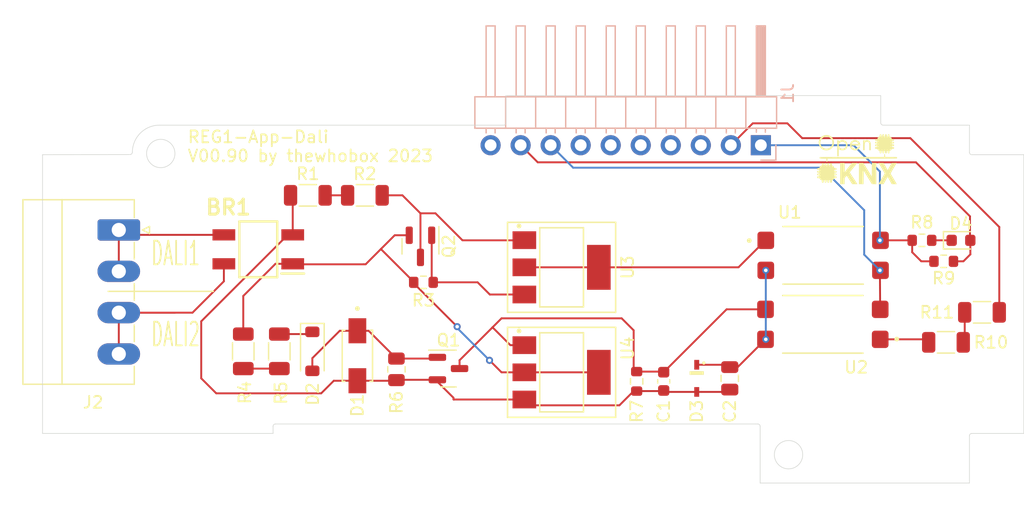
<source format=kicad_pcb>
(kicad_pcb (version 20221018) (generator pcbnew)
  (title_block (date "2023-11-07") (rev "V00.90"))
  (layers (0 "F.Cu" signal) (31 "B.Cu" signal) (34 "B.Paste" user) (35 "F.Paste" user) (36 "B.SilkS" user "B.Silkscreen") (37 "F.SilkS" user "F.Silkscreen") (38 "B.Mask" user) (39 "F.Mask" user) (44 "Edge.Cuts" user))
  (net 0 "")
  (net 1 "Dali+")
  (net 2 "DALI-")
  (net 8 "Net-(C1-Pad1)")
  (net 9 "Net-(C2-Pad1)")
  (net 11 "Net-(BR1-~_1)")
  (net 12 "Net-(BR1-~_2)")
  (net 13 "Net-(D2-A)")
  (net 14 "Net-(D4-K)")
  (net 15 "+3.3V")
  (net 16 "/D_RX")
  (net 17 "/D_TX")
  (net 18 "GND")
  (net 19 "Net-(R1-Pad2)")
  (net 20 "Net-(R4-Pad1)")
  (net 21 "Net-(D2-K)")
  (net 22 "Net-(R10-Pad1)")
  (net 23 "Net-(R10-Pad2)")
  (net 24 "Net-(U1-Pad1)")
  (net 25 "Net-(Q2-B)")
  (net 26 "Net-(Q2-C)")
  (footprint "OpenKNX:OpenKNX_Logo_07x05" (layer "F.Cu") (at 138.9 95.8)
    (fp_text reference "G***" hide)
    (fp_text value "LOGO" hide)
  )
  (footprint "Resistor_SMD:R_0603_1608Metric" (layer "F.Cu") (at 146.225 104.13 180)
    (fp_text reference "R9" (at 0 -1.43) (layer "F.SilkS"))
    (fp_text value "4.7k")
    (pad "1" smd roundrect (at -0.825 0 180) (size 0.8 0.95) (layers "F.Cu" "F.Paste" "F.Mask") (net 15 "+3.3V"))
    (pad "2" smd roundrect (at 0.825 0 180) (size 0.8 0.95) (layers "F.Cu" "F.Paste" "F.Mask") (net 16 "/D_RX"))
  )
  (footprint "DALI:SOIC254P1030X390-4N" (layer "F.Cu") (at 136.026 103.622)
    (fp_text reference "U1" (at -2.825 -3.635) (layer "F.SilkS"))
    (fp_text value "EL817S1(C)(TU)-F")
    (pad "1" smd roundrect (at -4.85 -1.27) (size 1.41 1.47) (layers "F.Cu" "F.Paste" "F.Mask") (roundrect_rratio 0.18) (net 24 "Net-(U1-Pad1)"))
    (pad "2" smd roundrect (at -4.85 1.27) (size 1.41 1.47) (layers "F.Cu" "F.Paste" "F.Mask") (roundrect_rratio 0.18) (net 9 "Net-(C2-Pad1)"))
    (pad "3" smd roundrect (at 4.85 1.27 180) (size 1.41 1.47) (layers "F.Cu" "F.Paste" "F.Mask") (roundrect_rratio 0.18) (net 18 "GND"))
    (pad "4" smd roundrect (at 4.85 -1.27 180) (size 1.41 1.47) (layers "F.Cu" "F.Paste" "F.Mask") (roundrect_rratio 0.18) (net 16 "/D_RX"))
  )
  (footprint "DALI:SOT230P700X180-4N" (layer "F.Cu") (at 113.904 104.638 -90)
    (fp_text reference "U3" (at 0 -5.588 90) (layer "F.SilkS"))
    (fp_text value "STN93003")
    (pad "1" smd rect (at -2.3 3.15 90) (size 1.5 2) (layers "F.Cu" "F.Paste" "F.Mask") (net 26 "Net-(Q2-C)"))
    (pad "2" smd rect (at 0 3.15 90) (size 1.5 2) (layers "F.Cu" "F.Paste" "F.Mask") (net 24 "Net-(U1-Pad1)"))
    (pad "3" smd rect (at 2.3 3.15 90) (size 1.5 2) (layers "F.Cu" "F.Paste" "F.Mask") (net 25 "Net-(Q2-B)"))
    (pad "4" smd rect (at 0 -3.15 90) (size 3.8 2) (layers "F.Cu" "F.Paste" "F.Mask") (net 24 "Net-(U1-Pad1)"))
  )
  (footprint "DALI:SOIC254P1030X390-4N" (layer "F.Cu") (at 136.002 109.464 180)
    (fp_text reference "U2" (at -2.825 -3.635 180) (layer "F.SilkS"))
    (fp_text value "EL817S1(C)(TU)-F")
    (pad "1" smd roundrect (at -4.85 -1.27 180) (size 1.41 1.47) (layers "F.Cu" "F.Paste" "F.Mask") (roundrect_rratio 0.18) (net 22 "Net-(R10-Pad1)"))
    (pad "2" smd roundrect (at -4.85 1.27 180) (size 1.41 1.47) (layers "F.Cu" "F.Paste" "F.Mask") (roundrect_rratio 0.18) (net 18 "GND"))
    (pad "3" smd roundrect (at 4.85 1.27) (size 1.41 1.47) (layers "F.Cu" "F.Paste" "F.Mask") (roundrect_rratio 0.18) (net 8 "Net-(C1-Pad1)"))
    (pad "4" smd roundrect (at 4.85 -1.27) (size 1.41 1.47) (layers "F.Cu" "F.Paste" "F.Mask") (roundrect_rratio 0.18) (net 9 "Net-(C2-Pad1)"))
  )
  (footprint "Capacitor_SMD:C_0805_2012Metric" (layer "F.Cu") (at 128.128 114.036 -90)
    (fp_text reference "C2" (at 2.794 0 90) (layer "F.SilkS"))
    (fp_text value "2.2u")
    (pad "1" smd roundrect (at -0.95 0 270) (size 1 1.45) (layers "F.Cu" "F.Paste" "F.Mask") (net 9 "Net-(C2-Pad1)"))
    (pad "2" smd roundrect (at 0.95 0 270) (size 1 1.45) (layers "F.Cu" "F.Paste" "F.Mask") (net 2 "DALI-"))
  )
  (footprint "LED_SMD:LED_0603_1608Metric" (layer "F.Cu") (at 147.686 102.352)
    (fp_text reference "D4" (at 0 -1.43) (layer "F.SilkS"))
    (fp_text value "LED")
    (pad "1" smd roundrect (at -0.7875 0) (size 0.875 0.95) (layers "F.Cu" "F.Paste" "F.Mask") (net 14 "Net-(D4-K)"))
    (pad "2" smd roundrect (at 0.7875 0) (size 0.875 0.95) (layers "F.Cu" "F.Paste" "F.Mask") (net 15 "+3.3V"))
  )
  (footprint "Resistor_SMD:R_0603_1608Metric" (layer "F.Cu") (at 102.22 105.908)
    (fp_text reference "R3" (at 0 1.524) (layer "F.SilkS"))
    (fp_text value "390")
    (pad "1" smd roundrect (at -0.825 0) (size 0.8 0.95) (layers "F.Cu" "F.Paste" "F.Mask") (net 1 "Dali+"))
    (pad "2" smd roundrect (at 0.825 0) (size 0.8 0.95) (layers "F.Cu" "F.Paste" "F.Mask") (net 25 "Net-(Q2-B)"))
  )
  (footprint "DALI:DIOM4325X250N" (layer "F.Cu") (at 96.632 112.125 -90)
    (fp_text reference "D1" (at 4.197 0 -90) (layer "F.SilkS"))
    (fp_text value "1SMA4746")
    (pad "A" smd rect (at 2.115 0 270) (size 2.12 1.5) (layers "F.Cu" "F.Paste" "F.Mask") (net 2 "DALI-"))
    (pad "C" smd rect (at -2.115 0 270) (size 2.12 1.5) (layers "F.Cu" "F.Paste" "F.Mask") (net 13 "Net-(D2-A)"))
  )
  (footprint "Resistor_SMD:R_1206_3216Metric" (layer "F.Cu") (at 90.028 111.75 -90)
    (fp_text reference "R5" (at 3.52 -0.142 90) (layer "F.SilkS"))
    (fp_text value "100k")
    (pad "1" smd roundrect (at -1.4625 0 270) (size 1.125 1.75) (layers "F.Cu" "F.Paste" "F.Mask") (roundrect_rratio 0.2222222222) (net 21 "Net-(D2-K)"))
    (pad "2" smd roundrect (at 1.4625 0 270) (size 1.125 1.75) (layers "F.Cu" "F.Paste" "F.Mask") (roundrect_rratio 0.2222222222) (net 20 "Net-(R4-Pad1)"))
  )
  (footprint "Resistor_SMD:R_1206_3216Metric" (layer "F.Cu") (at 149.464 108.448)
    (fp_text reference "R11" (at -3.81 0) (layer "F.SilkS"))
    (fp_text value "300")
    (pad "1" smd roundrect (at -1.4625 0) (size 1.125 1.75) (layers "F.Cu" "F.Paste" "F.Mask") (roundrect_rratio 0.2222222222) (net 23 "Net-(R10-Pad2)"))
    (pad "2" smd roundrect (at 1.4625 0) (size 1.125 1.75) (layers "F.Cu" "F.Paste" "F.Mask") (roundrect_rratio 0.2222222222) (net 17 "/D_TX"))
  )
  (footprint "Resistor_SMD:R_0603_1608Metric" (layer "F.Cu") (at 120.254 114.29 90)
    (fp_text reference "R7" (at -2.54 0 90) (layer "F.SilkS"))
    (fp_text value "4.7k")
    (pad "1" smd roundrect (at -0.825 0 90) (size 0.8 0.95) (layers "F.Cu" "F.Paste" "F.Mask") (net 2 "DALI-"))
    (pad "2" smd roundrect (at 0.825 0 90) (size 0.8 0.95) (layers "F.Cu" "F.Paste" "F.Mask") (net 8 "Net-(C1-Pad1)"))
  )
  (footprint "Resistor_SMD:R_1206_3216Metric" (layer "F.Cu") (at 86.98 111.75 90)
    (fp_text reference "R4" (at -3.49 0.14 90) (layer "F.SilkS"))
    (fp_text value "100k")
    (pad "1" smd roundrect (at -1.4625 0 90) (size 1.125 1.75) (layers "F.Cu" "F.Paste" "F.Mask") (roundrect_rratio 0.2222222222) (net 20 "Net-(R4-Pad1)"))
    (pad "2" smd roundrect (at 1.4625 0 90) (size 1.125 1.75) (layers "F.Cu" "F.Paste" "F.Mask") (roundrect_rratio 0.2222222222) (net 1 "Dali+"))
  )
  (footprint "Resistor_SMD:R_1206_3216Metric" (layer "F.Cu") (at 146.416 110.988)
    (fp_text reference "R10" (at 3.81 0) (layer "F.SilkS"))
    (fp_text value "1k")
    (pad "1" smd roundrect (at -1.4625 0) (size 1.125 1.75) (layers "F.Cu" "F.Paste" "F.Mask") (roundrect_rratio 0.2222222222) (net 22 "Net-(R10-Pad1)"))
    (pad "2" smd roundrect (at 1.4625 0) (size 1.125 1.75) (layers "F.Cu" "F.Paste" "F.Mask") (roundrect_rratio 0.2222222222) (net 23 "Net-(R10-Pad2)"))
  )
  (footprint "Package_TO_SOT_SMD:SOT-23" (layer "F.Cu") (at 101.966 102.86 -90)
    (fp_text reference "Q2" (at 0 -2.4 90) (layer "F.SilkS"))
    (fp_text value "BC857")
    (pad "1" smd roundrect (at -0.9375 -0.95 270) (size 1.475 0.6) (layers "F.Cu" "F.Paste" "F.Mask") (net 25 "Net-(Q2-B)"))
    (pad "2" smd roundrect (at -0.9375 0.95 270) (size 1.475 0.6) (layers "F.Cu" "F.Paste" "F.Mask") (net 1 "Dali+"))
    (pad "3" smd roundrect (at 0.9375 0 270) (size 1.475 0.6) (layers "F.Cu" "F.Paste" "F.Mask") (net 26 "Net-(Q2-C)"))
  )
  (footprint "Capacitor_SMD:C_0603_1608Metric" (layer "F.Cu") (at 122.54 114.29 -90)
    (fp_text reference "C1" (at 2.54 0 90) (layer "F.SilkS"))
    (fp_text value "1n")
    (pad "1" smd roundrect (at -0.775 0 270) (size 0.9 0.95) (layers "F.Cu" "F.Paste" "F.Mask") (net 8 "Net-(C1-Pad1)"))
    (pad "2" smd roundrect (at 0.775 0 270) (size 0.9 0.95) (layers "F.Cu" "F.Paste" "F.Mask") (net 2 "DALI-"))
  )
  (footprint "Diode_SMD:D_SOD-123" (layer "F.Cu") (at 92.822 111.75 -90)
    (fp_text reference "D2" (at 3.62 -0.028 90) (layer "F.SilkS"))
    (fp_text value "D_Zener_Small")
    (pad "1" smd roundrect (at -1.65 0 270) (size 0.9 1.2) (layers "F.Cu" "F.Paste" "F.Mask") (net 21 "Net-(D2-K)"))
    (pad "2" smd roundrect (at 1.65 0 270) (size 0.9 1.2) (layers "F.Cu" "F.Paste" "F.Mask") (net 13 "Net-(D2-A)"))
  )
  (footprint "DALI:SODFL2512X90N" (layer "F.Cu") (at 125.334 114.036 -90)
    (fp_text reference "D3" (at 2.794 0 -90) (layer "F.SilkS") (effects (font (size 1.001535 1.001535))))
    (fp_text value "UDZSTE-175.6B")
    (pad "A" smd rect (at 1.15 0 270) (size 0.82 0.42) (layers "F.Cu" "F.Paste" "F.Mask") (net 2 "DALI-"))
    (pad "C" smd rect (at -1.15 0 270) (size 0.82 0.42) (layers "F.Cu" "F.Paste" "F.Mask") (net 9 "Net-(C2-Pad1)"))
  )
  (footprint "Package_TO_SOT_SMD:SOT-23" (layer "F.Cu") (at 104.336 113.208)
    (fp_text reference "Q1" (at 0 -2.4) (layer "F.SilkS"))
    (fp_text value "BSS123")
    (pad "1" smd roundrect (at -0.9375 -0.95) (size 1.475 0.6) (layers "F.Cu" "F.Paste" "F.Mask") (net 13 "Net-(D2-A)"))
    (pad "2" smd roundrect (at -0.9375 0.95) (size 1.475 0.6) (layers "F.Cu" "F.Paste" "F.Mask") (net 2 "DALI-"))
    (pad "3" smd roundrect (at 0.9375 0) (size 1.475 0.6) (layers "F.Cu" "F.Paste" "F.Mask") (net 8 "Net-(C1-Pad1)"))
  )
  (footprint "Resistor_SMD:R_1206_3216Metric" (layer "F.Cu") (at 97.267 98.542)
    (fp_text reference "R2" (at 0 -1.82) (layer "F.SilkS"))
    (fp_text value "100k")
    (pad "1" smd roundrect (at -1.4625 0) (size 1.125 1.75) (layers "F.Cu" "F.Paste" "F.Mask") (roundrect_rratio 0.2222222222) (net 19 "Net-(R1-Pad2)"))
    (pad "2" smd roundrect (at 1.4625 0) (size 1.125 1.75) (layers "F.Cu" "F.Paste" "F.Mask") (roundrect_rratio 0.2222222222) (net 26 "Net-(Q2-C)"))
  )
  (footprint "Resistor_SMD:R_1206_3216Metric" (layer "F.Cu") (at 92.441 98.542)
    (fp_text reference "R1" (at 0 -1.82) (layer "F.SilkS"))
    (fp_text value "100k")
    (pad "1" smd roundrect (at -1.4625 0) (size 1.125 1.75) (layers "F.Cu" "F.Paste" "F.Mask") (roundrect_rratio 0.2222222222) (net 2 "DALI-"))
    (pad "2" smd roundrect (at 1.4625 0) (size 1.125 1.75) (layers "F.Cu" "F.Paste" "F.Mask") (roundrect_rratio 0.2222222222) (net 19 "Net-(R1-Pad2)"))
  )
  (footprint "DALI:SOP245P670X290-4N" (layer "F.Cu") (at 88.25 103.114 180)
    (fp_text reference "BR1" (at 2.54 3.556 180) (layer "F.SilkS") (effects (font (size 1.27 1.27) (thickness 0.254))))
    (fp_text value "MB10S" hide)
    (pad "1" smd rect (at -2.912 -1.225 270) (size 0.95 1.925) (layers "F.Cu" "F.Paste" "F.Mask") (net 1 "Dali+"))
    (pad "2" smd rect (at -2.912 1.225 270) (size 0.95 1.925) (layers "F.Cu" "F.Paste" "F.Mask") (net 2 "DALI-"))
    (pad "3" smd rect (at 2.912 1.225 270) (size 0.95 1.925) (layers "F.Cu" "F.Paste" "F.Mask") (net 11 "Net-(BR1-~_1)"))
    (pad "4" smd rect (at 2.912 -1.225 270) (size 0.95 1.925) (layers "F.Cu" "F.Paste" "F.Mask") (net 12 "Net-(BR1-~_2)"))
  )
  (footprint "Resistor_SMD:R_0805_2012Metric" (layer "F.Cu") (at 99.934 113.274 90)
    (fp_text reference "R6" (at -2.794 0 90) (layer "F.SilkS"))
    (fp_text value "16k")
    (pad "1" smd roundrect (at -0.9125 0 90) (size 1.025 1.4) (layers "F.Cu" "F.Paste" "F.Mask") (roundrect_rratio 0.243902439) (net 2 "DALI-"))
    (pad "2" smd roundrect (at 0.9125 0 90) (size 1.025 1.4) (layers "F.Cu" "F.Paste" "F.Mask") (roundrect_rratio 0.243902439) (net 13 "Net-(D2-A)"))
  )
  (footprint "Connector_Phoenix_MC:PhoenixContact_MC_1,5_4-G-3.5_1x04_P3.50mm_Horizontal" (layer "F.Cu") (at 76.4505 101.475 -90)
    (fp_text reference "J2" (at 14.593 2.1705) (layer "F.SilkS"))
    (fp_text value "Dali")
    (pad "1" thru_hole roundrect (at 0 0 270) (size 1.8 3.6) (drill 1.2) (layers "*.Cu" "*.Mask") (roundrect_rratio 0.1388888889) (net 11 "Net-(BR1-~_1)"))
    (pad "2" thru_hole oval (at 3.5 0 270) (size 1.8 3.6) (drill 1.2) (layers "*.Cu" "*.Mask") (net 11 "Net-(BR1-~_1)"))
    (pad "3" thru_hole oval (at 7 0 270) (size 1.8 3.6) (drill 1.2) (layers "*.Cu" "*.Mask") (net 12 "Net-(BR1-~_2)"))
    (pad "4" thru_hole oval (at 10.5 0 270) (size 1.8 3.6) (drill 1.2) (layers "*.Cu" "*.Mask") (net 12 "Net-(BR1-~_2)"))
  )
  (footprint "Resistor_SMD:R_0603_1608Metric" (layer "F.Cu") (at 144.384 102.352 180)
    (fp_text reference "R8" (at 0 1.524) (layer "F.SilkS"))
    (fp_text value "4.7k")
    (pad "1" smd roundrect (at -0.825 0 180) (size 0.8 0.95) (layers "F.Cu" "F.Paste" "F.Mask") (net 14 "Net-(D4-K)"))
    (pad "2" smd roundrect (at 0.825 0 180) (size 0.8 0.95) (layers "F.Cu" "F.Paste" "F.Mask") (net 16 "/D_RX"))
  )
  (footprint "DALI:SOT-223" (layer "F.Cu") (at 113.904 113.528 -90)
    (fp_text reference "U4" (at -2.032 -5.588 -90) (layer "F.SilkS"))
    (fp_text value "STN1HNK60")
    (pad "1" smd rect (at -2.3 3.15 90) (size 1.5 2) (layers "F.Cu" "F.Paste" "F.Mask") (net 8 "Net-(C1-Pad1)"))
    (pad "2" smd rect (at 0 3.15 90) (size 1.5 2) (layers "F.Cu" "F.Paste" "F.Mask") (net 1 "Dali+"))
    (pad "3" smd rect (at 2.3 3.15 90) (size 1.5 2) (layers "F.Cu" "F.Paste" "F.Mask") (net 2 "DALI-"))
    (pad "4" smd rect (at 0 -3.15 90) (size 3.8 2) (layers "F.Cu" "F.Paste" "F.Mask") (net 1 "Dali+"))
  )
  (footprint "Connector_PinHeader_2.54mm:PinHeader_1x10_P2.54mm_Horizontal" (layer "B.Cu") (at 130.76 94.3 90)
    (fp_text reference "J1" (at 4.385 2.27 90) (layer "B.SilkS") (effects (justify mirror)))
    (fp_text value "REG1_App_Connector")
    (pad "1" thru_hole rect locked (at 0 0 90) (size 1.7 1.7) (drill 1) (layers "*.Cu" "*.Mask") (net 16 "/D_RX"))
    (pad "2" thru_hole oval locked (at 0 -2.54 90) (size 1.7 1.7) (drill 1) (layers "*.Cu" "*.Mask") (net 17 "/D_TX"))
    (pad "3" thru_hole oval locked (at 0 -5.08 90) (size 1.7 1.7) (drill 1) (layers "*.Cu" "*.Mask"))
    (pad "4" thru_hole oval locked (at 0 -7.62 90) (size 1.7 1.7) (drill 1) (layers "*.Cu" "*.Mask"))
    (pad "5" thru_hole oval locked (at 0 -10.16 90) (size 1.7 1.7) (drill 1) (layers "*.Cu" "*.Mask"))
    (pad "6" thru_hole oval locked (at 0 -12.7 90) (size 1.7 1.7) (drill 1) (layers "*.Cu" "*.Mask"))
    (pad "7" thru_hole oval locked (at 0 -15.24 90) (size 1.7 1.7) (drill 1) (layers "*.Cu" "*.Mask"))
    (pad "8" thru_hole oval locked (at 0 -17.78 90) (size 1.7 1.7) (drill 1) (layers "*.Cu" "*.Mask") (net 18 "GND"))
    (pad "9" thru_hole oval locked (at 0 -20.32 90) (size 1.7 1.7) (drill 1) (layers "*.Cu" "*.Mask") (net 15 "+3.3V"))
    (pad "10" thru_hole oval locked (at 0 -22.86 90) (size 1.7 1.7) (drill 1) (layers "*.Cu" "*.Mask"))
  )
  (gr_line (start 75.55 106.67) (end 84.44 106.67) (stroke (width 0.12)) (layer "F.SilkS"))
  (gr_line (start 109 92.6) (end 79.9 92.6) (stroke (width 0.05)) (layer "Edge.Cuts"))
  (gr_line (start 89.5 118.7) (end 89.5 118.1) (stroke (width 0.05)) (layer "Edge.Cuts"))
  (gr_line (start 130.7 122.9) (end 130.7 118.1) (stroke (width 0.05)) (layer "Edge.Cuts"))
  (gr_line (start 153 118.7) (end 148.6 118.7) (stroke (width 0.05)) (layer "Edge.Cuts"))
  (gr_line (start 130.5 117.9) (end 89.7 117.9) (stroke (width 0.05)) (layer "Edge.Cuts"))
  (gr_arc (start 89.5 118.1) (mid 89.558579 117.958579) (end 89.7 117.9) (stroke (width 0.05)) (layer "Edge.Cuts"))
  (gr_arc (start 148.4 118.9) (mid 148.458579 118.758579) (end 148.6 118.7) (stroke (width 0.05)) (layer "Edge.Cuts"))
  (gr_line (start 148.4 118.9) (end 148.4 122.9) (stroke (width 0.05)) (layer "Edge.Cuts"))
  (gr_line (start 109.2 90.1) (end 140.9 90.1) (stroke (width 0.05)) (layer "Edge.Cuts"))
  (gr_line (start 153 95.1) (end 153 118.7) (stroke (width 0.05)) (layer "Edge.Cuts"))
  (gr_arc (start 130.5 117.9) (mid 130.641421 117.958579) (end 130.7 118.1) (stroke (width 0.05)) (layer "Edge.Cuts"))
  (gr_arc (start 109.2 92.4) (mid 109.141421 92.541421) (end 109 92.6) (stroke (width 0.05)) (layer "Edge.Cuts"))
  (gr_line (start 70 95.1) (end 70 118.7) (stroke (width 0.05)) (layer "Edge.Cuts"))
  (gr_arc (start 148.6 95.1) (mid 148.458579 95.041421) (end 148.4 94.9) (stroke (width 0.05)) (layer "Edge.Cuts"))
  (gr_line (start 141.1 92.6) (end 148.4 92.6) (stroke (width 0.05)) (layer "Edge.Cuts"))
  (gr_line (start 148.4 122.9) (end 130.7 122.9) (stroke (width 0.05)) (layer "Edge.Cuts"))
  (gr_line (start 70 95.1) (end 77.4 95.091005) (stroke (width 0.05)) (layer "Edge.Cuts"))
  (gr_arc (start 77.591005 94.9) (mid 77.535061 95.035061) (end 77.4 95.091005) (stroke (width 0.05)) (layer "Edge.Cuts"))
  (gr_arc (start 77.6 94.9) (mid 78.273654 93.273654) (end 79.9 92.6) (stroke (width 0.05)) (layer "Edge.Cuts"))
  (gr_line (start 89.5 118.7) (end 70 118.7) (stroke (width 0.05)) (layer "Edge.Cuts"))
  (gr_line (start 140.9 90.1) (end 140.9 92.4) (stroke (width 0.05)) (layer "Edge.Cuts"))
  (gr_line (start 148.4 94.9) (end 148.4 92.6) (stroke (width 0.05)) (layer "Edge.Cuts"))
  (gr_circle (center 133.1 120.5) (end 133.1 121.7) (stroke (width 0.05)) (fill none) (layer "Edge.Cuts"))
  (gr_line (start 109.2 90.1) (end 109.2 92.4) (stroke (width 0.05)) (layer "Edge.Cuts"))
  (gr_line (start 153 95.1) (end 148.6 95.1) (stroke (width 0.05)) (layer "Edge.Cuts"))
  (gr_circle (center 80 95) (end 81.2 95) (stroke (width 0.05)) (fill none) (layer "Edge.Cuts"))
  (gr_arc (start 141.1 92.6) (mid 140.958579 92.541421) (end 140.9 92.4) (stroke (width 0.05)) (layer "Edge.Cuts"))
  (gr_text "DALI2" (at 79.106 111.496) (layer "F.SilkS") (effects (font (size 2 1)) (justify left bottom)))
  (gr_text "DALI1" (at 79.106 104.638) (layer "F.SilkS") (effects (font (size 2 1)) (justify left bottom)))
  (gr_text "REG1-App-Dali\nV00.90 by thewhobox 2023" (at 82.2 94.4) (layer "F.SilkS") (effects (font (size 1 1)) (justify left)))
  (segment (start 101.016 101.9225) (end 99.7875 101.9225) (width 0.16) (layer "F.Cu") (net 1))
  (segment (start 97.326 104.384) (end 97.16 104.384) (width 0.16) (layer "F.Cu") (net 1))
  (segment (start 98.62 103.09) (end 97.326 104.384) (width 0.16) (layer "F.Cu") (net 1))
  (segment (start 107.808 112.512) (end 108.824 113.528) (width 0.16) (layer "F.Cu") (net 1))
  (segment (start 110.754 113.528) (end 117.054 113.528) (width 0.16) (layer "F.Cu") (net 1))
  (segment (start 101.395 105.865) (end 98.62 103.09) (width 0.16) (layer "F.Cu") (net 1))
  (segment (start 101.395 105.908) (end 101.395 105.865) (width 0.16) (layer "F.Cu") (net 1))
  (segment (start 99.7875 101.9225) (end 98.62 103.09) (width 0.16) (layer "F.Cu") (net 1))
  (segment (start 86.98 110.2875) (end 86.98 107.06) (width 0.16) (layer "F.Cu") (net 1))
  (segment (start 86.98 107.06) (end 89.701 104.339) (width 0.16) (layer "F.Cu") (net 1))
  (segment (start 89.701 104.339) (end 91.162 104.339) (width 0.16) (layer "F.Cu") (net 1))
  (segment (start 108.824 113.528) (end 110.754 113.528) (width 0.16) (layer "F.Cu") (net 1))
  (segment (start 97.16 104.384) (end 90.282 104.384) (width 0.16) (layer "F.Cu") (net 1))
  (segment (start 105.07025 109.66175) (end 101.0625 105.654) (width 0.16) (layer "F.Cu") (net 1))
  (via (at 105.07025 109.66175) (size 0.6) (drill 0.3) (layers "F.Cu" "B.Cu") (net 1))
  (via (at 107.808 112.512) (size 0.6) (drill 0.3) (layers "F.Cu" "B.Cu") (net 1))
  (segment (start 105.07025 109.77425) (end 105.07025 109.66175) (width 0.16) (layer "B.Cu") (net 1))
  (segment (start 107.808 112.512) (end 105.07025 109.77425) (width 0.16) (layer "B.Cu") (net 1))
  (segment (start 120 115.115) (end 122.49 115.115) (width 0.16) (layer "F.Cu") (net 2))
  (segment (start 111.248 116.322) (end 118.793 116.322) (width 0.16) (layer "F.Cu") (net 2))
  (segment (start 99.9625 114.158) (end 99.934 114.1865) (width 0.16) (layer "F.Cu") (net 2))
  (segment (start 103.3985 114.158) (end 99.9625 114.158) (width 0.16) (layer "F.Cu") (net 2))
  (segment (start 91.162 101.889) (end 91.162 98.7255) (width 0.16) (layer "F.Cu") (net 2))
  (segment (start 104.76 115.682) (end 104.76 115.814) (width 0.16) (layer "F.Cu") (net 2))
  (segment (start 94.636 114.24) (end 93.57 115.306) (width 0.16) (layer "F.Cu") (net 2))
  (segment (start 110.754 115.828) (end 111.248 116.322) (width 0.16) (layer "F.Cu") (net 2))
  (segment (start 125.334 115.186) (end 127.928 115.186) (width 0.16) (layer "F.Cu") (net 2))
  (segment (start 104.774 115.828) (end 110.754 115.828) (width 0.16) (layer "F.Cu") (net 2))
  (segment (start 96.632 114.24) (end 99.8805 114.24) (width 0.16) (layer "F.Cu") (net 2))
  (segment (start 96.632 114.24) (end 94.636 114.24) (width 0.16) (layer "F.Cu") (net 2))
  (segment (start 99.8805 114.24) (end 99.934 114.1865) (width 0.16) (layer "F.Cu") (net 2))
  (segment (start 122.49 115.115) (end 122.54 115.065) (width 0.16) (layer "F.Cu") (net 2))
  (segment (start 91.162 101.472) (end 83.424 109.21) (width 0.16) (layer "F.Cu") (net 2))
  (segment (start 83.424 109.21) (end 83.424 114.036) (width 0.16) (layer "F.Cu") (net 2))
  (segment (start 84.694 115.306) (end 93.57 115.306) (width 0.16) (layer "F.Cu") (net 2))
  (segment (start 104.76 115.814) (end 104.774 115.828) (width 0.16) (layer "F.Cu") (net 2))
  (segment (start 122.661 115.186) (end 125.334 115.186) (width 0.16) (layer "F.Cu") (net 2))
  (segment (start 103.236 114.158) (end 104.76 115.682) (width 0.16) (layer "F.Cu") (net 2))
  (segment (start 122.54 115.065) (end 122.661 115.186) (width 0.16) (layer "F.Cu") (net 2))
  (segment (start 83.424 114.036) (end 84.694 115.306) (width 0.16) (layer "F.Cu") (net 2))
  (segment (start 127.928 115.186) (end 128.128 114.986) (width 0.16) (layer "F.Cu") (net 2))
  (segment (start 118.793 116.322) (end 120 115.115) (width 0.16) (layer "F.Cu") (net 2))
  (segment (start 91.162 98.7255) (end 90.9785 98.542) (width 0.16) (layer "F.Cu") (net 2))
  (segment (start 127.861 108.194) (end 131.152 108.194) (width 0.16) (layer "F.Cu") (net 8))
  (segment (start 105.2735 113.208) (end 105.2735 112.5065) (width 0.16) (layer "F.Cu") (net 8))
  (segment (start 122.49 113.465) (end 122.54 113.515) (width 0.16) (layer "F.Cu") (net 8))
  (segment (start 118.984 108.956) (end 120 109.972) (width 0.16) (layer "F.Cu") (net 8))
  (segment (start 108.062 109.718) (end 108.824 108.956) (width 0.16) (layer "F.Cu") (net 8))
  (segment (start 109.572 111.228) (end 108.062 109.718) (width 0.16) (layer "F.Cu") (net 8))
  (segment (start 120 113.465) (end 122.49 113.465) (width 0.16) (layer "F.Cu") (net 8))
  (segment (start 122.54 113.515) (end 127.861 108.194) (width 0.16) (layer "F.Cu") (net 8))
  (segment (start 120 109.972) (end 120 113.465) (width 0.16) (layer "F.Cu") (net 8))
  (segment (start 108.824 108.956) (end 118.984 108.956) (width 0.16) (layer "F.Cu") (net 8))
  (segment (start 110.754 111.228) (end 109.572 111.228) (width 0.16) (layer "F.Cu") (net 8))
  (segment (start 105.2735 112.5065) (end 108.062 109.718) (width 0.16) (layer "F.Cu") (net 8))
  (segment (start 125.334 112.886) (end 127.928 112.886) (width 0.16) (layer "F.Cu") (net 9))
  (segment (start 128.128 113.086) (end 128.8 113.086) (width 0.16) (layer "F.Cu") (net 9))
  (segment (start 127.928 112.886) (end 128.128 113.086) (width 0.16) (layer "F.Cu") (net 9))
  (segment (start 128.8 113.086) (end 131.152 110.734) (width 0.16) (layer "F.Cu") (net 9))
  (via (at 131.176 104.892) (size 0.6) (drill 0.3) (layers "F.Cu" "B.Cu") (net 9))
  (via (at 131.176 110.734) (size 0.6) (drill 0.3) (layers "F.Cu" "B.Cu") (net 9))
  (segment (start 131.176 104.892) (end 131.176 110.734) (width 0.16) (layer "B.Cu") (net 9))
  (segment (start 76.4505 104.975) (end 76.4505 101.475) (width 0.16) (layer "F.Cu") (net 11))
  (segment (start 76.4505 101.475) (end 76.8645 101.889) (width 0.16) (layer "F.Cu") (net 11))
  (segment (start 76.8645 101.889) (end 85.338 101.889) (width 0.16) (layer "F.Cu") (net 11))
  (segment (start 85.338 105.822) (end 82.685 108.475) (width 0.16) (layer "F.Cu") (net 12))
  (segment (start 76.4505 108.475) (end 76.4505 111.975) (width 0.16) (layer "F.Cu") (net 12))
  (segment (start 82.685 108.475) (end 76.4505 108.475) (width 0.16) (layer "F.Cu") (net 12))
  (segment (start 81.202 108.475) (end 77.074 108.475) (width 0.16) (layer "F.Cu") (net 12))
  (segment (start 85.338 104.339) (end 85.338 105.822) (width 0.16) (layer "F.Cu") (net 12))
  (segment (start 100.0375 112.258) (end 99.934 112.3615) (width 0.16) (layer "F.Cu") (net 13))
  (segment (start 99.934 112.3615) (end 103.295 112.3615) (width 0.16) (layer "F.Cu") (net 13))
  (segment (start 103.295 112.3615) (end 103.3985 112.258) (width 0.16) (layer "F.Cu") (net 13))
  (segment (start 95.14 110.01) (end 96.632 110.01) (width 0.16) (layer "F.Cu") (net 13))
  (segment (start 92.822 112.328) (end 95.14 110.01) (width 0.16) (layer "F.Cu") (net 13))
  (segment (start 92.822 113.4) (end 92.822 112.328) (width 0.16) (layer "F.Cu") (net 13))
  (segment (start 92.6345 113.2125) (end 92.822 113.4) (width 0.16) (layer "F.Cu") (net 13))
  (segment (start 97.5825 110.01) (end 99.934 112.3615) (width 0.16) (layer "F.Cu") (net 13))
  (segment (start 96.632 110.01) (end 97.5825 110.01) (width 0.16) (layer "F.Cu") (net 13))
  (segment (start 145.209 102.352) (end 146.8985 102.352) (width 0.16) (layer "F.Cu") (net 14))
  (segment (start 110.44 94.3) (end 111.888 95.748) (width 0.16) (layer "F.Cu") (net 15))
  (segment (start 143.876 95.748) (end 148.448 100.32) (width 0.16) (layer "F.Cu") (net 15))
  (segment (start 148.48 102.3585) (end 148.48 103.54) (width 0.16) (layer "F.Cu") (net 15))
  (segment (start 148.448 100.32) (end 148.448 102.3265) (width 0.16) (layer "F.Cu") (net 15))
  (segment (start 148.448 102.3265) (end 148.4735 102.352) (width 0.16) (layer "F.Cu") (net 15))
  (segment (start 147.05 104.13) (end 147.89 104.13) (width 0.16) (layer "F.Cu") (net 15))
  (segment (start 111.888 95.748) (end 143.876 95.748) (width 0.16) (layer "F.Cu") (net 15))
  (segment (start 147.89 104.13) (end 148.48 103.54) (width 0.16) (layer "F.Cu") (net 15))
  (segment (start 147.05 104.13) (end 147.05 103.7755) (width 0.16) (layer "F.Cu") (net 15))
  (segment (start 148.4735 102.352) (end 148.48 102.3585) (width 0.16) (layer "F.Cu") (net 15))
  (segment (start 143.559 103.359) (end 144.33 104.13) (width 0.16) (layer "F.Cu") (net 16))
  (segment (start 140.852 102.352) (end 140.828 102.352) (width 0.16) (layer "F.Cu") (net 16))
  (segment (start 144.33 104.13) (end 145.4 104.13) (width 0.16) (layer "F.Cu") (net 16))
  (segment (start 143.559 102.352) (end 143.559 103.359) (width 0.16) (layer "F.Cu") (net 16))
  (segment (start 140.828 102.352) (end 143.559 102.352) (width 0.16) (layer "F.Cu") (net 16))
  (via (at 140.828 102.352) (size 0.6) (drill 0.3) (layers "F.Cu" "B.Cu") (net 16))
  (segment (start 140.828 96.528) (end 138.6 94.3) (width 0.16) (layer "B.Cu") (net 16))
  (segment (start 138.6 94.3) (end 130.76 94.3) (width 0.16) (layer "B.Cu") (net 16))
  (segment (start 140.828 102.352) (end 140.828 96.528) (width 0.16) (layer "B.Cu") (net 16))
  (segment (start 150.9265 101.2265) (end 143.4 93.7) (width 0.16) (layer "F.Cu") (net 17))
  (segment (start 150.9265 108.448) (end 150.9265 101.2265) (width 0.16) (layer "F.Cu") (net 17))
  (segment (start 133 92.446) (end 130.074 92.446) (width 0.16) (layer "F.Cu") (net 17))
  (segment (start 143.4 93.7) (end 134.254 93.7) (width 0.16) (layer "F.Cu") (net 17))
  (segment (start 130.074 92.446) (end 128.22 94.3) (width 0.16) (layer "F.Cu") (net 17))
  (segment (start 134.254 93.7) (end 133 92.446) (width 0.16) (layer "F.Cu") (net 17))
  (segment (start 140.852 104.892) (end 140.828 104.892) (width 0.16) (layer "F.Cu") (net 18))
  (segment (start 140.828 104.892) (end 140.852 108.194) (width 0.16) (layer "F.Cu") (net 18))
  (via (at 140.828 104.892) (size 0.6) (drill 0.3) (layers "F.Cu" "B.Cu") (net 18))
  (segment (start 140.828 104.892) (end 139.5 103.564) (width 0.16) (layer "B.Cu") (net 18))
  (segment (start 114.88 96.2) (end 112.98 94.3) (width 0.16) (layer "B.Cu") (net 18))
  (segment (start 135.9 96.2) (end 114.88 96.2) (width 0.16) (layer "B.Cu") (net 18))
  (segment (start 139.5 103.564) (end 139.5 99.8) (width 0.16) (layer "B.Cu") (net 18))
  (segment (start 139.5 99.8) (end 135.9 96.2) (width 0.16) (layer "B.Cu") (net 18))
  (segment (start 93.9035 98.542) (end 95.8045 98.542) (width 0.16) (layer "F.Cu") (net 19))
  (segment (start 86.98 113.2125) (end 90.028 113.2125) (width 0.16) (layer "F.Cu") (net 20))
  (segment (start 92.822 110.1) (end 92.912 110.01) (width 0.16) (layer "F.Cu") (net 21))
  (segment (start 92.6345 110.2875) (end 92.822 110.1) (width 0.16) (layer "F.Cu") (net 21))
  (segment (start 90.028 110.2875) (end 92.6345 110.2875) (width 0.16) (layer "F.Cu") (net 21))
  (segment (start 140.852 110.734) (end 144.6995 110.734) (width 0.16) (layer "F.Cu") (net 22))
  (segment (start 144.6995 110.734) (end 144.9535 110.988) (width 0.16) (layer "F.Cu") (net 22))
  (segment (start 148.0015 110.865) (end 148.0015 108.448) (width 0.16) (layer "F.Cu") (net 23))
  (segment (start 147.8785 110.988) (end 148.0015 110.865) (width 0.16) (layer "F.Cu") (net 23))
  (segment (start 128.866 104.638) (end 131.152 102.352) (width 0.16) (layer "F.Cu") (net 24))
  (segment (start 110.754 104.638) (end 117.054 104.638) (width 0.16) (layer "F.Cu") (net 24))
  (segment (start 117.054 104.638) (end 128.866 104.638) (width 0.16) (layer "F.Cu") (net 24))
  (segment (start 110.754 106.938) (end 107.83 106.938) (width 0.16) (layer "F.Cu") (net 25))
  (segment (start 102.916 105.779) (end 103.045 105.908) (width 0.16) (layer "F.Cu") (net 25))
  (segment (start 106.8 105.908) (end 107.83 106.938) (width 0.16) (layer "F.Cu") (net 25))
  (segment (start 102.916 101.9225) (end 102.916 105.779) (width 0.16) (layer "F.Cu") (net 25))
  (segment (start 103.045 105.908) (end 106.8 105.908) (width 0.16) (layer "F.Cu") (net 25))
  (segment (start 100.442 98.542) (end 98.7295 98.542) (width 0.16) (layer "F.Cu") (net 26))
  (segment (start 101.966 100.066) (end 100.442 98.542) (width 0.16) (layer "F.Cu") (net 26))
  (segment (start 101.966 100.066) (end 103.236 100.066) (width 0.16) (layer "F.Cu") (net 26))
  (segment (start 105.522 102.352) (end 110.74 102.352) (width 0.16) (layer "F.Cu") (net 26))
  (segment (start 110.74 102.352) (end 110.754 102.338) (width 0.16) (layer "F.Cu") (net 26))
  (segment (start 103.236 100.066) (end 105.522 102.352) (width 0.16) (layer "F.Cu") (net 26))
  (segment (start 101.966 100.066) (end 101.966 103.7975) (width 0.16) (layer "F.Cu") (net 26))
)
</source>
